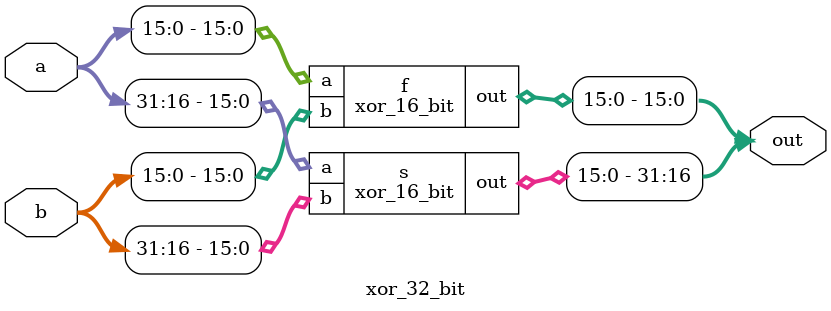
<source format=v>
module xor_2_bit(out, a, b);
input [1:0] a, b;
output [1:0] out;

xor f(out[0], a[0], b[0]),
    s(out[1], a[1], b[1]);
endmodule

module xor_4_bit(out, a, b);
input [3:0] a, b;
output [3:0] out;

xor_2_bit f(out[1:0], a[1:0], b[1:0]),
          s(out[3:2], a[3:2], b[3:2]);
endmodule

module xor_8_bit(out, a, b);
input [7:0] a, b;
output [7:0] out;

xor_4_bit f(out[3:0], a[3:0], b[3:0]),
          s(out[7:4], a[7:4], b[7:4]);
endmodule

module xor_16_bit(out, a, b);
input [15:0] a, b;
output [15:0] out;

xor_8_bit f(out[7:0], a[7:0], b[7:0]),
          s(out[15:8], a[15:8], b[15:8]);
endmodule

module xor_32_bit(out, a, b);
input [31:0] a, b;
output [31:0] out;

xor_16_bit f(out[15:0], a[15:0], b[15:0]),
          s(out[31:16], a[31:16], b[31:16]);
endmodule




</source>
